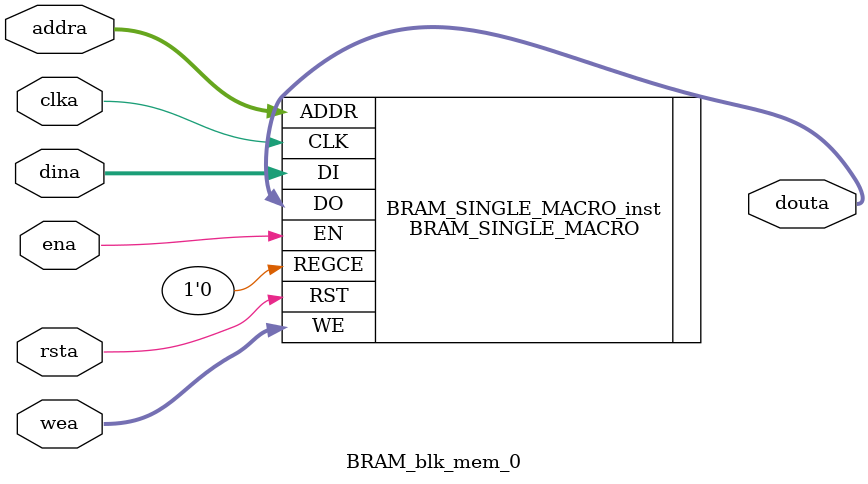
<source format=v>
`timescale 1ns/1ps

module BRAM_blk_mem_0 (
  clka,
  ena,
  wea,
  addra,
  dina,
  douta,
  rsta
);


input wire clka;

input wire ena;

input wire rsta;

input wire [1 : 0] wea;

input wire [9 : 0] addra;

input wire [15 : 0] dina;

output wire [15 : 0] douta;


// BRAM_SINGLE_MACRO : In order to incorporate this function into the design,
//   Verilog   : the following instance declaration needs to be placed
//  instance   : in the body of the design code.  The instance name
// declaration : (BRAM_SINGLE_MACRO_inst) and/or the port declarations within the
//    code     : parenthesis may be changed to properly reference and
//             : connect this function to the design.  All inputs
//             : and outputs must be connected.

//  <-----Cut code below this line---->

   // BRAM_SINGLE_MACRO: Single Port RAM
   //                    Artix-7
   // Xilinx HDL Language Template, version 2016.4
   
   /////////////////////////////////////////////////////////////////////
   //  READ_WIDTH | BRAM_SIZE | READ Depth  | ADDR Width |            //
   // WRITE_WIDTH |           | WRITE Depth |            |  WE Width  //
   // ============|===========|=============|============|============//
   //    37-72    |  "36Kb"   |      512    |    9-bit   |    8-bit   //
   //    19-36    |  "36Kb"   |     1024    |   10-bit   |    4-bit   //
   //    19-36    |  "18Kb"   |      512    |    9-bit   |    4-bit   //
   //    10-18    |  "36Kb"   |     2048    |   11-bit   |    2-bit   //
   //    10-18    |  "18Kb"   |     1024    |   10-bit   |    2-bit   //
   //     5-9     |  "36Kb"   |     4096    |   12-bit   |    1-bit   //
   //     5-9     |  "18Kb"   |     2048    |   11-bit   |    1-bit   //
   //     3-4     |  "36Kb"   |     8192    |   13-bit   |    1-bit   //
   //     3-4     |  "18Kb"   |     4096    |   12-bit   |    1-bit   //
   //       2     |  "36Kb"   |    16384    |   14-bit   |    1-bit   //
   //       2     |  "18Kb"   |     8192    |   13-bit   |    1-bit   //
   //       1     |  "36Kb"   |    32768    |   15-bit   |    1-bit   //
   //       1     |  "18Kb"   |    16384    |   14-bit   |    1-bit   //
   /////////////////////////////////////////////////////////////////////

   BRAM_SINGLE_MACRO #(
      .BRAM_SIZE("18Kb"), // Target BRAM, "18Kb" or "36Kb" 
      .DEVICE("7SERIES"), // Target Device: "7SERIES" 
      .DO_REG(0), // Optional output register (0 or 1)
      .INIT(36'h000000000), // Initial values on output port
      .INIT_FILE ("weight_0.mem"),
      .WRITE_WIDTH(16), // Valid values are 1-72 (37-72 only valid when BRAM_SIZE="36Kb")
      .READ_WIDTH(16),  // Valid values are 1-72 (37-72 only valid when BRAM_SIZE="36Kb")
      .SRVAL(36'h000000000), // Set/Reset value for port output
      .WRITE_MODE("WRITE_FIRST"), // "WRITE_FIRST", "READ_FIRST", or "NO_CHANGE" 
      .INIT_00(256'h0000000000000000000000000000000000000000000000000000000000000000),
      .INIT_01(256'h0000000000000000000000000000000000000000000000000000000000000000),
      .INIT_02(256'h0000000000000000000000000000000000000000000000000000000000000000),
      .INIT_03(256'h0000000000000000000000000000000000000000000000000000000000000000),
      .INIT_04(256'h0000000000000000000000000000000000000000000000000000000000000000),
      .INIT_05(256'h0000000000000000000000000000000000000000000000000000000000000000),
      .INIT_06(256'h0000000000000000000000000000000000000000000000000000000000000000),
      .INIT_07(256'h0000000000000000000000000000000000000000000000000000000000000000),
      .INIT_08(256'h0000000000000000000000000000000000000000000000000000000000000000),
      .INIT_09(256'h0000000000000000000000000000000000000000000000000000000000000000),
      .INIT_0A(256'h0000000000000000000000000000000000000000000000000000000000000000),
      .INIT_0B(256'h0000000000000000000000000000000000000000000000000000000000000000),
      .INIT_0C(256'h0000000000000000000000000000000000000000000000000000000000000000),
      .INIT_0D(256'h0000000000000000000000000000000000000000000000000000000000000000),
      .INIT_0E(256'h0000000000000000000000000000000000000000000000000000000000000000),
      .INIT_0F(256'h0000000000000000000000000000000000000000000000000000000000000000),
      .INIT_10(256'h0000000000000000000000000000000000000000000000000000000000000000),
      .INIT_11(256'h0000000000000000000000000000000000000000000000000000000000000000),
      .INIT_12(256'h0000000000000000000000000000000000000000000000000000000000000000),
      .INIT_13(256'h0000000000000000000000000000000000000000000000000000000000000000),
      .INIT_14(256'h0000000000000000000000000000000000000000000000000000000000000000),
      .INIT_15(256'h0000000000000000000000000000000000000000000000000000000000000000),
      .INIT_16(256'h0000000000000000000000000000000000000000000000000000000000000000),
      .INIT_17(256'h0000000000000000000000000000000000000000000000000000000000000000),
      .INIT_18(256'h0000000000000000000000000000000000000000000000000000000000000000),
      .INIT_19(256'h0000000000000000000000000000000000000000000000000000000000000000),
      .INIT_1A(256'h0000000000000000000000000000000000000000000000000000000000000000),
      .INIT_1B(256'h0000000000000000000000000000000000000000000000000000000000000000),
      .INIT_1C(256'h0000000000000000000000000000000000000000000000000000000000000000),
      .INIT_1D(256'h0000000000000000000000000000000000000000000000000000000000000000),
      .INIT_1E(256'h0000000000000000000000000000000000000000000000000000000000000000),
      .INIT_1F(256'h0000000000000000000000000000000000000000000000000000000000000000),
      .INIT_20(256'h0000000000000000000000000000000000000000000000000000000000000000),
      .INIT_21(256'h0000000000000000000000000000000000000000000000000000000000000000),
      .INIT_22(256'h0000000000000000000000000000000000000000000000000000000000000000),
      .INIT_23(256'h0000000000000000000000000000000000000000000000000000000000000000),
      .INIT_24(256'h0000000000000000000000000000000000000000000000000000000000000000),
      .INIT_25(256'h0000000000000000000000000000000000000000000000000000000000000000),
      .INIT_26(256'h0000000000000000000000000000000000000000000000000000000000000000),
      .INIT_27(256'h0000000000000000000000000000000000000000000000000000000000000000),
      .INIT_28(256'h0000000000000000000000000000000000000000000000000000000000000000),
      .INIT_29(256'h0000000000000000000000000000000000000000000000000000000000000000),
      .INIT_2A(256'h0000000000000000000000000000000000000000000000000000000000000000),
      .INIT_2B(256'h0000000000000000000000000000000000000000000000000000000000000000),
      .INIT_2C(256'h0000000000000000000000000000000000000000000000000000000000000000),
      .INIT_2D(256'h0000000000000000000000000000000000000000000000000000000000000000),
      .INIT_2E(256'h0000000000000000000000000000000000000000000000000000000000000000),
      .INIT_2F(256'h0000000000000000000000000000000000000000000000000000000000000000),
      .INIT_30(256'h0000000000000000000000000000000000000000000000000000000000000000),
      .INIT_31(256'h0000000000000000000000000000000000000000000000000000000000000000),
      .INIT_32(256'h0000000000000000000000000000000000000000000000000000000000000000),
      .INIT_33(256'h0000000000000000000000000000000000000000000000000000000000000000),
      .INIT_34(256'h0000000000000000000000000000000000000000000000000000000000000000),
      .INIT_35(256'h0000000000000000000000000000000000000000000000000000000000000000),
      .INIT_36(256'h0000000000000000000000000000000000000000000000000000000000000000),
      .INIT_37(256'h0000000000000000000000000000000000000000000000000000000000000000),
      .INIT_38(256'h0000000000000000000000000000000000000000000000000000000000000000),
      .INIT_39(256'h0000000000000000000000000000000000000000000000000000000000000000),
      .INIT_3A(256'h0000000000000000000000000000000000000000000000000000000000000000),
      .INIT_3B(256'h0000000000000000000000000000000000000000000000000000000000000000),
      .INIT_3C(256'h0000000000000000000000000000000000000000000000000000000000000000),
      .INIT_3D(256'h0000000000000000000000000000000000000000000000000000000000000000),
      .INIT_3E(256'h0000000000000000000000000000000000000000000000000000000000000000),
      .INIT_3F(256'h0000000000000000000000000000000000000000000000000000000000000000),
      
      // The next set of INIT_xx are valid when configured as 36Kb
      .INIT_40(256'h0000000000000000000000000000000000000000000000000000000000000000),
      .INIT_41(256'h0000000000000000000000000000000000000000000000000000000000000000),
      .INIT_42(256'h0000000000000000000000000000000000000000000000000000000000000000),
      .INIT_43(256'h0000000000000000000000000000000000000000000000000000000000000000),
      .INIT_44(256'h0000000000000000000000000000000000000000000000000000000000000000),
      .INIT_45(256'h0000000000000000000000000000000000000000000000000000000000000000),
      .INIT_46(256'h0000000000000000000000000000000000000000000000000000000000000000),
      .INIT_47(256'h0000000000000000000000000000000000000000000000000000000000000000),
      .INIT_48(256'h0000000000000000000000000000000000000000000000000000000000000000),
      .INIT_49(256'h0000000000000000000000000000000000000000000000000000000000000000),
      .INIT_4A(256'h0000000000000000000000000000000000000000000000000000000000000000),
      .INIT_4B(256'h0000000000000000000000000000000000000000000000000000000000000000),
      .INIT_4C(256'h0000000000000000000000000000000000000000000000000000000000000000),
      .INIT_4D(256'h0000000000000000000000000000000000000000000000000000000000000000),
      .INIT_4E(256'h0000000000000000000000000000000000000000000000000000000000000000),
      .INIT_4F(256'h0000000000000000000000000000000000000000000000000000000000000000),
      .INIT_50(256'h0000000000000000000000000000000000000000000000000000000000000000),
      .INIT_51(256'h0000000000000000000000000000000000000000000000000000000000000000),
      .INIT_52(256'h0000000000000000000000000000000000000000000000000000000000000000),
      .INIT_53(256'h0000000000000000000000000000000000000000000000000000000000000000),
      .INIT_54(256'h0000000000000000000000000000000000000000000000000000000000000000),
      .INIT_55(256'h0000000000000000000000000000000000000000000000000000000000000000),
      .INIT_56(256'h0000000000000000000000000000000000000000000000000000000000000000),
      .INIT_57(256'h0000000000000000000000000000000000000000000000000000000000000000),
      .INIT_58(256'h0000000000000000000000000000000000000000000000000000000000000000),
      .INIT_59(256'h0000000000000000000000000000000000000000000000000000000000000000),
      .INIT_5A(256'h0000000000000000000000000000000000000000000000000000000000000000),
      .INIT_5B(256'h0000000000000000000000000000000000000000000000000000000000000000),
      .INIT_5C(256'h0000000000000000000000000000000000000000000000000000000000000000),
      .INIT_5D(256'h0000000000000000000000000000000000000000000000000000000000000000),
      .INIT_5E(256'h0000000000000000000000000000000000000000000000000000000000000000),
      .INIT_5F(256'h0000000000000000000000000000000000000000000000000000000000000000),
      .INIT_60(256'h0000000000000000000000000000000000000000000000000000000000000000),
      .INIT_61(256'h0000000000000000000000000000000000000000000000000000000000000000),
      .INIT_62(256'h0000000000000000000000000000000000000000000000000000000000000000),
      .INIT_63(256'h0000000000000000000000000000000000000000000000000000000000000000),
      .INIT_64(256'h0000000000000000000000000000000000000000000000000000000000000000),
      .INIT_65(256'h0000000000000000000000000000000000000000000000000000000000000000),
      .INIT_66(256'h0000000000000000000000000000000000000000000000000000000000000000),
      .INIT_67(256'h0000000000000000000000000000000000000000000000000000000000000000),
      .INIT_68(256'h0000000000000000000000000000000000000000000000000000000000000000),
      .INIT_69(256'h0000000000000000000000000000000000000000000000000000000000000000),
      .INIT_6A(256'h0000000000000000000000000000000000000000000000000000000000000000),
      .INIT_6B(256'h0000000000000000000000000000000000000000000000000000000000000000),
      .INIT_6C(256'h0000000000000000000000000000000000000000000000000000000000000000),
      .INIT_6D(256'h0000000000000000000000000000000000000000000000000000000000000000),
      .INIT_6E(256'h0000000000000000000000000000000000000000000000000000000000000000),
      .INIT_6F(256'h0000000000000000000000000000000000000000000000000000000000000000),
      .INIT_70(256'h0000000000000000000000000000000000000000000000000000000000000000),
      .INIT_71(256'h0000000000000000000000000000000000000000000000000000000000000000),
      .INIT_72(256'h0000000000000000000000000000000000000000000000000000000000000000),
      .INIT_73(256'h0000000000000000000000000000000000000000000000000000000000000000),
      .INIT_74(256'h0000000000000000000000000000000000000000000000000000000000000000),
      .INIT_75(256'h0000000000000000000000000000000000000000000000000000000000000000),
      .INIT_76(256'h0000000000000000000000000000000000000000000000000000000000000000),
      .INIT_77(256'h0000000000000000000000000000000000000000000000000000000000000000),
      .INIT_78(256'h0000000000000000000000000000000000000000000000000000000000000000),
      .INIT_79(256'h0000000000000000000000000000000000000000000000000000000000000000),
      .INIT_7A(256'h0000000000000000000000000000000000000000000000000000000000000000),
      .INIT_7B(256'h0000000000000000000000000000000000000000000000000000000000000000),
      .INIT_7C(256'h0000000000000000000000000000000000000000000000000000000000000000),
      .INIT_7D(256'h0000000000000000000000000000000000000000000000000000000000000000),
      .INIT_7E(256'h0000000000000000000000000000000000000000000000000000000000000000),
      .INIT_7F(256'h0000000000000000000000000000000000000000000000000000000000000000),
      
      // The next set of INITP_xx are for the parity bits
      .INITP_00(256'h0000000000000000000000000000000000000000000000000000000000000000),
      .INITP_01(256'h0000000000000000000000000000000000000000000000000000000000000000),
      .INITP_02(256'h0000000000000000000000000000000000000000000000000000000000000000),
      .INITP_03(256'h0000000000000000000000000000000000000000000000000000000000000000),
      .INITP_04(256'h0000000000000000000000000000000000000000000000000000000000000000),
      .INITP_05(256'h0000000000000000000000000000000000000000000000000000000000000000),
      .INITP_06(256'h0000000000000000000000000000000000000000000000000000000000000000),
      .INITP_07(256'h0000000000000000000000000000000000000000000000000000000000000000),
      
      // The next set of INIT_xx are valid when configured as 36Kb
      .INITP_08(256'h0000000000000000000000000000000000000000000000000000000000000000),
      .INITP_09(256'h0000000000000000000000000000000000000000000000000000000000000000),
      .INITP_0A(256'h0000000000000000000000000000000000000000000000000000000000000000),
      .INITP_0B(256'h0000000000000000000000000000000000000000000000000000000000000000),
      .INITP_0C(256'h0000000000000000000000000000000000000000000000000000000000000000),
      .INITP_0D(256'h0000000000000000000000000000000000000000000000000000000000000000),
      .INITP_0E(256'h0000000000000000000000000000000000000000000000000000000000000000),
      .INITP_0F(256'h0000000000000000000000000000000000000000000000000000000000000000)
   ) BRAM_SINGLE_MACRO_inst (
      .DO(douta),       // Output data, width defined by READ_WIDTH parameter
      .ADDR(addra),   // Input address, width defined by read/write port depth
      .CLK(clka),     // 1-bit input clock
      .DI(dina),       // Input data port, width defined by WRITE_WIDTH parameter
      .EN(ena),       // 1-bit input RAM enable
      .REGCE(1'D0), // 1-bit input output register enable
      .RST(rsta),     // 1-bit input reset
      .WE(wea)        // Input write enable, width defined by write port depth
   );

   // End of BRAM_SINGLE_MACRO_inst instantiation
				
				
				
  
endmodule

</source>
